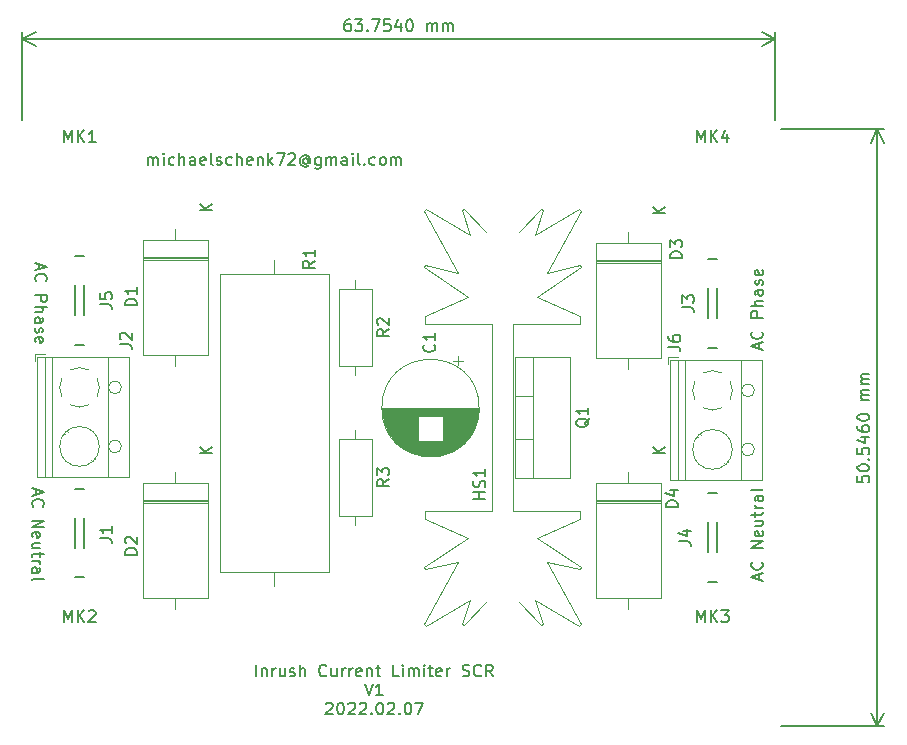
<source format=gbr>
G04 #@! TF.GenerationSoftware,KiCad,Pcbnew,(6.0.1-0)*
G04 #@! TF.CreationDate,2022-02-08T15:39:46+01:00*
G04 #@! TF.ProjectId,inrush-current-limiter-scr,696e7275-7368-42d6-9375-7272656e742d,rev?*
G04 #@! TF.SameCoordinates,Original*
G04 #@! TF.FileFunction,Legend,Top*
G04 #@! TF.FilePolarity,Positive*
%FSLAX46Y46*%
G04 Gerber Fmt 4.6, Leading zero omitted, Abs format (unit mm)*
G04 Created by KiCad (PCBNEW (6.0.1-0)) date 2022-02-08 15:39:46*
%MOMM*%
%LPD*%
G01*
G04 APERTURE LIST*
%ADD10C,0.150000*%
%ADD11C,0.120000*%
%ADD12C,0.127000*%
G04 APERTURE END LIST*
D10*
X151210380Y-85502238D02*
X151210380Y-85978428D01*
X151686571Y-86026047D01*
X151638952Y-85978428D01*
X151591333Y-85883190D01*
X151591333Y-85645095D01*
X151638952Y-85549857D01*
X151686571Y-85502238D01*
X151781809Y-85454619D01*
X152019904Y-85454619D01*
X152115142Y-85502238D01*
X152162761Y-85549857D01*
X152210380Y-85645095D01*
X152210380Y-85883190D01*
X152162761Y-85978428D01*
X152115142Y-86026047D01*
X151210380Y-84835571D02*
X151210380Y-84740333D01*
X151258000Y-84645095D01*
X151305619Y-84597476D01*
X151400857Y-84549857D01*
X151591333Y-84502238D01*
X151829428Y-84502238D01*
X152019904Y-84549857D01*
X152115142Y-84597476D01*
X152162761Y-84645095D01*
X152210380Y-84740333D01*
X152210380Y-84835571D01*
X152162761Y-84930809D01*
X152115142Y-84978428D01*
X152019904Y-85026047D01*
X151829428Y-85073666D01*
X151591333Y-85073666D01*
X151400857Y-85026047D01*
X151305619Y-84978428D01*
X151258000Y-84930809D01*
X151210380Y-84835571D01*
X152115142Y-84073666D02*
X152162761Y-84026047D01*
X152210380Y-84073666D01*
X152162761Y-84121285D01*
X152115142Y-84073666D01*
X152210380Y-84073666D01*
X151210380Y-83121285D02*
X151210380Y-83597476D01*
X151686571Y-83645095D01*
X151638952Y-83597476D01*
X151591333Y-83502238D01*
X151591333Y-83264142D01*
X151638952Y-83168904D01*
X151686571Y-83121285D01*
X151781809Y-83073666D01*
X152019904Y-83073666D01*
X152115142Y-83121285D01*
X152162761Y-83168904D01*
X152210380Y-83264142D01*
X152210380Y-83502238D01*
X152162761Y-83597476D01*
X152115142Y-83645095D01*
X151543714Y-82216523D02*
X152210380Y-82216523D01*
X151162761Y-82454619D02*
X151877047Y-82692714D01*
X151877047Y-82073666D01*
X151210380Y-81264142D02*
X151210380Y-81454619D01*
X151258000Y-81549857D01*
X151305619Y-81597476D01*
X151448476Y-81692714D01*
X151638952Y-81740333D01*
X152019904Y-81740333D01*
X152115142Y-81692714D01*
X152162761Y-81645095D01*
X152210380Y-81549857D01*
X152210380Y-81359380D01*
X152162761Y-81264142D01*
X152115142Y-81216523D01*
X152019904Y-81168904D01*
X151781809Y-81168904D01*
X151686571Y-81216523D01*
X151638952Y-81264142D01*
X151591333Y-81359380D01*
X151591333Y-81549857D01*
X151638952Y-81645095D01*
X151686571Y-81692714D01*
X151781809Y-81740333D01*
X151210380Y-80549857D02*
X151210380Y-80454619D01*
X151258000Y-80359380D01*
X151305619Y-80311761D01*
X151400857Y-80264142D01*
X151591333Y-80216523D01*
X151829428Y-80216523D01*
X152019904Y-80264142D01*
X152115142Y-80311761D01*
X152162761Y-80359380D01*
X152210380Y-80454619D01*
X152210380Y-80549857D01*
X152162761Y-80645095D01*
X152115142Y-80692714D01*
X152019904Y-80740333D01*
X151829428Y-80787952D01*
X151591333Y-80787952D01*
X151400857Y-80740333D01*
X151305619Y-80692714D01*
X151258000Y-80645095D01*
X151210380Y-80549857D01*
X152210380Y-79026047D02*
X151543714Y-79026047D01*
X151638952Y-79026047D02*
X151591333Y-78978428D01*
X151543714Y-78883190D01*
X151543714Y-78740333D01*
X151591333Y-78645095D01*
X151686571Y-78597476D01*
X152210380Y-78597476D01*
X151686571Y-78597476D02*
X151591333Y-78549857D01*
X151543714Y-78454619D01*
X151543714Y-78311761D01*
X151591333Y-78216523D01*
X151686571Y-78168904D01*
X152210380Y-78168904D01*
X152210380Y-77692714D02*
X151543714Y-77692714D01*
X151638952Y-77692714D02*
X151591333Y-77645095D01*
X151543714Y-77549857D01*
X151543714Y-77407000D01*
X151591333Y-77311761D01*
X151686571Y-77264142D01*
X152210380Y-77264142D01*
X151686571Y-77264142D02*
X151591333Y-77216523D01*
X151543714Y-77121285D01*
X151543714Y-76978428D01*
X151591333Y-76883190D01*
X151686571Y-76835571D01*
X152210380Y-76835571D01*
X144772000Y-56134000D02*
X153494420Y-56134000D01*
X144772000Y-106680000D02*
X153494420Y-106680000D01*
X152908000Y-56134000D02*
X152908000Y-106680000D01*
X152908000Y-56134000D02*
X152908000Y-106680000D01*
X152908000Y-56134000D02*
X152321579Y-57260504D01*
X152908000Y-56134000D02*
X153494421Y-57260504D01*
X152908000Y-106680000D02*
X153494421Y-105553496D01*
X152908000Y-106680000D02*
X152321579Y-105553496D01*
X108252142Y-46816380D02*
X108061666Y-46816380D01*
X107966428Y-46864000D01*
X107918809Y-46911619D01*
X107823571Y-47054476D01*
X107775952Y-47244952D01*
X107775952Y-47625904D01*
X107823571Y-47721142D01*
X107871190Y-47768761D01*
X107966428Y-47816380D01*
X108156904Y-47816380D01*
X108252142Y-47768761D01*
X108299761Y-47721142D01*
X108347380Y-47625904D01*
X108347380Y-47387809D01*
X108299761Y-47292571D01*
X108252142Y-47244952D01*
X108156904Y-47197333D01*
X107966428Y-47197333D01*
X107871190Y-47244952D01*
X107823571Y-47292571D01*
X107775952Y-47387809D01*
X108680714Y-46816380D02*
X109299761Y-46816380D01*
X108966428Y-47197333D01*
X109109285Y-47197333D01*
X109204523Y-47244952D01*
X109252142Y-47292571D01*
X109299761Y-47387809D01*
X109299761Y-47625904D01*
X109252142Y-47721142D01*
X109204523Y-47768761D01*
X109109285Y-47816380D01*
X108823571Y-47816380D01*
X108728333Y-47768761D01*
X108680714Y-47721142D01*
X109728333Y-47721142D02*
X109775952Y-47768761D01*
X109728333Y-47816380D01*
X109680714Y-47768761D01*
X109728333Y-47721142D01*
X109728333Y-47816380D01*
X110109285Y-46816380D02*
X110775952Y-46816380D01*
X110347380Y-47816380D01*
X111633095Y-46816380D02*
X111156904Y-46816380D01*
X111109285Y-47292571D01*
X111156904Y-47244952D01*
X111252142Y-47197333D01*
X111490238Y-47197333D01*
X111585476Y-47244952D01*
X111633095Y-47292571D01*
X111680714Y-47387809D01*
X111680714Y-47625904D01*
X111633095Y-47721142D01*
X111585476Y-47768761D01*
X111490238Y-47816380D01*
X111252142Y-47816380D01*
X111156904Y-47768761D01*
X111109285Y-47721142D01*
X112537857Y-47149714D02*
X112537857Y-47816380D01*
X112299761Y-46768761D02*
X112061666Y-47483047D01*
X112680714Y-47483047D01*
X113252142Y-46816380D02*
X113347380Y-46816380D01*
X113442619Y-46864000D01*
X113490238Y-46911619D01*
X113537857Y-47006857D01*
X113585476Y-47197333D01*
X113585476Y-47435428D01*
X113537857Y-47625904D01*
X113490238Y-47721142D01*
X113442619Y-47768761D01*
X113347380Y-47816380D01*
X113252142Y-47816380D01*
X113156904Y-47768761D01*
X113109285Y-47721142D01*
X113061666Y-47625904D01*
X113014047Y-47435428D01*
X113014047Y-47197333D01*
X113061666Y-47006857D01*
X113109285Y-46911619D01*
X113156904Y-46864000D01*
X113252142Y-46816380D01*
X114775952Y-47816380D02*
X114775952Y-47149714D01*
X114775952Y-47244952D02*
X114823571Y-47197333D01*
X114918809Y-47149714D01*
X115061666Y-47149714D01*
X115156904Y-47197333D01*
X115204523Y-47292571D01*
X115204523Y-47816380D01*
X115204523Y-47292571D02*
X115252142Y-47197333D01*
X115347380Y-47149714D01*
X115490238Y-47149714D01*
X115585476Y-47197333D01*
X115633095Y-47292571D01*
X115633095Y-47816380D01*
X116109285Y-47816380D02*
X116109285Y-47149714D01*
X116109285Y-47244952D02*
X116156904Y-47197333D01*
X116252142Y-47149714D01*
X116395000Y-47149714D01*
X116490238Y-47197333D01*
X116537857Y-47292571D01*
X116537857Y-47816380D01*
X116537857Y-47292571D02*
X116585476Y-47197333D01*
X116680714Y-47149714D01*
X116823571Y-47149714D01*
X116918809Y-47197333D01*
X116966428Y-47292571D01*
X116966428Y-47816380D01*
X80518000Y-55380000D02*
X80518000Y-47927580D01*
X144272000Y-55380000D02*
X144272000Y-47927580D01*
X80518000Y-48514000D02*
X144272000Y-48514000D01*
X80518000Y-48514000D02*
X144272000Y-48514000D01*
X80518000Y-48514000D02*
X81644504Y-49100421D01*
X80518000Y-48514000D02*
X81644504Y-47927579D01*
X144272000Y-48514000D02*
X143145496Y-47927579D01*
X144272000Y-48514000D02*
X143145496Y-49100421D01*
X142914666Y-94257333D02*
X142914666Y-93781142D01*
X143200380Y-94352571D02*
X142200380Y-94019238D01*
X143200380Y-93685904D01*
X143105142Y-92781142D02*
X143152761Y-92828761D01*
X143200380Y-92971619D01*
X143200380Y-93066857D01*
X143152761Y-93209714D01*
X143057523Y-93304952D01*
X142962285Y-93352571D01*
X142771809Y-93400190D01*
X142628952Y-93400190D01*
X142438476Y-93352571D01*
X142343238Y-93304952D01*
X142248000Y-93209714D01*
X142200380Y-93066857D01*
X142200380Y-92971619D01*
X142248000Y-92828761D01*
X142295619Y-92781142D01*
X143200380Y-91590666D02*
X142200380Y-91590666D01*
X143200380Y-91019238D01*
X142200380Y-91019238D01*
X143152761Y-90162095D02*
X143200380Y-90257333D01*
X143200380Y-90447809D01*
X143152761Y-90543047D01*
X143057523Y-90590666D01*
X142676571Y-90590666D01*
X142581333Y-90543047D01*
X142533714Y-90447809D01*
X142533714Y-90257333D01*
X142581333Y-90162095D01*
X142676571Y-90114476D01*
X142771809Y-90114476D01*
X142867047Y-90590666D01*
X142533714Y-89257333D02*
X143200380Y-89257333D01*
X142533714Y-89685904D02*
X143057523Y-89685904D01*
X143152761Y-89638285D01*
X143200380Y-89543047D01*
X143200380Y-89400190D01*
X143152761Y-89304952D01*
X143105142Y-89257333D01*
X142533714Y-88924000D02*
X142533714Y-88543047D01*
X142200380Y-88781142D02*
X143057523Y-88781142D01*
X143152761Y-88733523D01*
X143200380Y-88638285D01*
X143200380Y-88543047D01*
X143200380Y-88209714D02*
X142533714Y-88209714D01*
X142724190Y-88209714D02*
X142628952Y-88162095D01*
X142581333Y-88114476D01*
X142533714Y-88019238D01*
X142533714Y-87924000D01*
X143200380Y-87162095D02*
X142676571Y-87162095D01*
X142581333Y-87209714D01*
X142533714Y-87304952D01*
X142533714Y-87495428D01*
X142581333Y-87590666D01*
X143152761Y-87162095D02*
X143200380Y-87257333D01*
X143200380Y-87495428D01*
X143152761Y-87590666D01*
X143057523Y-87638285D01*
X142962285Y-87638285D01*
X142867047Y-87590666D01*
X142819428Y-87495428D01*
X142819428Y-87257333D01*
X142771809Y-87162095D01*
X143200380Y-86543047D02*
X143152761Y-86638285D01*
X143057523Y-86685904D01*
X142200380Y-86685904D01*
X142914666Y-74731142D02*
X142914666Y-74254952D01*
X143200380Y-74826380D02*
X142200380Y-74493047D01*
X143200380Y-74159714D01*
X143105142Y-73254952D02*
X143152761Y-73302571D01*
X143200380Y-73445428D01*
X143200380Y-73540666D01*
X143152761Y-73683523D01*
X143057523Y-73778761D01*
X142962285Y-73826380D01*
X142771809Y-73874000D01*
X142628952Y-73874000D01*
X142438476Y-73826380D01*
X142343238Y-73778761D01*
X142248000Y-73683523D01*
X142200380Y-73540666D01*
X142200380Y-73445428D01*
X142248000Y-73302571D01*
X142295619Y-73254952D01*
X143200380Y-72064476D02*
X142200380Y-72064476D01*
X142200380Y-71683523D01*
X142248000Y-71588285D01*
X142295619Y-71540666D01*
X142390857Y-71493047D01*
X142533714Y-71493047D01*
X142628952Y-71540666D01*
X142676571Y-71588285D01*
X142724190Y-71683523D01*
X142724190Y-72064476D01*
X143200380Y-71064476D02*
X142200380Y-71064476D01*
X143200380Y-70635904D02*
X142676571Y-70635904D01*
X142581333Y-70683523D01*
X142533714Y-70778761D01*
X142533714Y-70921619D01*
X142581333Y-71016857D01*
X142628952Y-71064476D01*
X143200380Y-69731142D02*
X142676571Y-69731142D01*
X142581333Y-69778761D01*
X142533714Y-69874000D01*
X142533714Y-70064476D01*
X142581333Y-70159714D01*
X143152761Y-69731142D02*
X143200380Y-69826380D01*
X143200380Y-70064476D01*
X143152761Y-70159714D01*
X143057523Y-70207333D01*
X142962285Y-70207333D01*
X142867047Y-70159714D01*
X142819428Y-70064476D01*
X142819428Y-69826380D01*
X142771809Y-69731142D01*
X143152761Y-69302571D02*
X143200380Y-69207333D01*
X143200380Y-69016857D01*
X143152761Y-68921619D01*
X143057523Y-68874000D01*
X143009904Y-68874000D01*
X142914666Y-68921619D01*
X142867047Y-69016857D01*
X142867047Y-69159714D01*
X142819428Y-69254952D01*
X142724190Y-69302571D01*
X142676571Y-69302571D01*
X142581333Y-69254952D01*
X142533714Y-69159714D01*
X142533714Y-69016857D01*
X142581333Y-68921619D01*
X143152761Y-68064476D02*
X143200380Y-68159714D01*
X143200380Y-68350190D01*
X143152761Y-68445428D01*
X143057523Y-68493047D01*
X142676571Y-68493047D01*
X142581333Y-68445428D01*
X142533714Y-68350190D01*
X142533714Y-68159714D01*
X142581333Y-68064476D01*
X142676571Y-68016857D01*
X142771809Y-68016857D01*
X142867047Y-68493047D01*
X81621333Y-86590666D02*
X81621333Y-87066857D01*
X81335619Y-86495428D02*
X82335619Y-86828761D01*
X81335619Y-87162095D01*
X81430857Y-88066857D02*
X81383238Y-88019238D01*
X81335619Y-87876380D01*
X81335619Y-87781142D01*
X81383238Y-87638285D01*
X81478476Y-87543047D01*
X81573714Y-87495428D01*
X81764190Y-87447809D01*
X81907047Y-87447809D01*
X82097523Y-87495428D01*
X82192761Y-87543047D01*
X82288000Y-87638285D01*
X82335619Y-87781142D01*
X82335619Y-87876380D01*
X82288000Y-88019238D01*
X82240380Y-88066857D01*
X81335619Y-89257333D02*
X82335619Y-89257333D01*
X81335619Y-89828761D01*
X82335619Y-89828761D01*
X81383238Y-90685904D02*
X81335619Y-90590666D01*
X81335619Y-90400190D01*
X81383238Y-90304952D01*
X81478476Y-90257333D01*
X81859428Y-90257333D01*
X81954666Y-90304952D01*
X82002285Y-90400190D01*
X82002285Y-90590666D01*
X81954666Y-90685904D01*
X81859428Y-90733523D01*
X81764190Y-90733523D01*
X81668952Y-90257333D01*
X82002285Y-91590666D02*
X81335619Y-91590666D01*
X82002285Y-91162095D02*
X81478476Y-91162095D01*
X81383238Y-91209714D01*
X81335619Y-91304952D01*
X81335619Y-91447809D01*
X81383238Y-91543047D01*
X81430857Y-91590666D01*
X82002285Y-91924000D02*
X82002285Y-92304952D01*
X82335619Y-92066857D02*
X81478476Y-92066857D01*
X81383238Y-92114476D01*
X81335619Y-92209714D01*
X81335619Y-92304952D01*
X81335619Y-92638285D02*
X82002285Y-92638285D01*
X81811809Y-92638285D02*
X81907047Y-92685904D01*
X81954666Y-92733523D01*
X82002285Y-92828761D01*
X82002285Y-92924000D01*
X81335619Y-93685904D02*
X81859428Y-93685904D01*
X81954666Y-93638285D01*
X82002285Y-93543047D01*
X82002285Y-93352571D01*
X81954666Y-93257333D01*
X81383238Y-93685904D02*
X81335619Y-93590666D01*
X81335619Y-93352571D01*
X81383238Y-93257333D01*
X81478476Y-93209714D01*
X81573714Y-93209714D01*
X81668952Y-93257333D01*
X81716571Y-93352571D01*
X81716571Y-93590666D01*
X81764190Y-93685904D01*
X81335619Y-94304952D02*
X81383238Y-94209714D01*
X81478476Y-94162095D01*
X82335619Y-94162095D01*
X81875333Y-67508857D02*
X81875333Y-67985047D01*
X81589619Y-67413619D02*
X82589619Y-67746952D01*
X81589619Y-68080285D01*
X81684857Y-68985047D02*
X81637238Y-68937428D01*
X81589619Y-68794571D01*
X81589619Y-68699333D01*
X81637238Y-68556476D01*
X81732476Y-68461238D01*
X81827714Y-68413619D01*
X82018190Y-68366000D01*
X82161047Y-68366000D01*
X82351523Y-68413619D01*
X82446761Y-68461238D01*
X82542000Y-68556476D01*
X82589619Y-68699333D01*
X82589619Y-68794571D01*
X82542000Y-68937428D01*
X82494380Y-68985047D01*
X81589619Y-70175523D02*
X82589619Y-70175523D01*
X82589619Y-70556476D01*
X82542000Y-70651714D01*
X82494380Y-70699333D01*
X82399142Y-70746952D01*
X82256285Y-70746952D01*
X82161047Y-70699333D01*
X82113428Y-70651714D01*
X82065809Y-70556476D01*
X82065809Y-70175523D01*
X81589619Y-71175523D02*
X82589619Y-71175523D01*
X81589619Y-71604095D02*
X82113428Y-71604095D01*
X82208666Y-71556476D01*
X82256285Y-71461238D01*
X82256285Y-71318380D01*
X82208666Y-71223142D01*
X82161047Y-71175523D01*
X81589619Y-72508857D02*
X82113428Y-72508857D01*
X82208666Y-72461238D01*
X82256285Y-72366000D01*
X82256285Y-72175523D01*
X82208666Y-72080285D01*
X81637238Y-72508857D02*
X81589619Y-72413619D01*
X81589619Y-72175523D01*
X81637238Y-72080285D01*
X81732476Y-72032666D01*
X81827714Y-72032666D01*
X81922952Y-72080285D01*
X81970571Y-72175523D01*
X81970571Y-72413619D01*
X82018190Y-72508857D01*
X81637238Y-72937428D02*
X81589619Y-73032666D01*
X81589619Y-73223142D01*
X81637238Y-73318380D01*
X81732476Y-73366000D01*
X81780095Y-73366000D01*
X81875333Y-73318380D01*
X81922952Y-73223142D01*
X81922952Y-73080285D01*
X81970571Y-72985047D01*
X82065809Y-72937428D01*
X82113428Y-72937428D01*
X82208666Y-72985047D01*
X82256285Y-73080285D01*
X82256285Y-73223142D01*
X82208666Y-73318380D01*
X81637238Y-74175523D02*
X81589619Y-74080285D01*
X81589619Y-73889809D01*
X81637238Y-73794571D01*
X81732476Y-73746952D01*
X82113428Y-73746952D01*
X82208666Y-73794571D01*
X82256285Y-73889809D01*
X82256285Y-74080285D01*
X82208666Y-74175523D01*
X82113428Y-74223142D01*
X82018190Y-74223142D01*
X81922952Y-73746952D01*
X100300000Y-102442380D02*
X100300000Y-101442380D01*
X100776190Y-101775714D02*
X100776190Y-102442380D01*
X100776190Y-101870952D02*
X100823809Y-101823333D01*
X100919047Y-101775714D01*
X101061904Y-101775714D01*
X101157142Y-101823333D01*
X101204761Y-101918571D01*
X101204761Y-102442380D01*
X101680952Y-102442380D02*
X101680952Y-101775714D01*
X101680952Y-101966190D02*
X101728571Y-101870952D01*
X101776190Y-101823333D01*
X101871428Y-101775714D01*
X101966666Y-101775714D01*
X102728571Y-101775714D02*
X102728571Y-102442380D01*
X102300000Y-101775714D02*
X102300000Y-102299523D01*
X102347619Y-102394761D01*
X102442857Y-102442380D01*
X102585714Y-102442380D01*
X102680952Y-102394761D01*
X102728571Y-102347142D01*
X103157142Y-102394761D02*
X103252380Y-102442380D01*
X103442857Y-102442380D01*
X103538095Y-102394761D01*
X103585714Y-102299523D01*
X103585714Y-102251904D01*
X103538095Y-102156666D01*
X103442857Y-102109047D01*
X103300000Y-102109047D01*
X103204761Y-102061428D01*
X103157142Y-101966190D01*
X103157142Y-101918571D01*
X103204761Y-101823333D01*
X103300000Y-101775714D01*
X103442857Y-101775714D01*
X103538095Y-101823333D01*
X104014285Y-102442380D02*
X104014285Y-101442380D01*
X104442857Y-102442380D02*
X104442857Y-101918571D01*
X104395238Y-101823333D01*
X104300000Y-101775714D01*
X104157142Y-101775714D01*
X104061904Y-101823333D01*
X104014285Y-101870952D01*
X106252380Y-102347142D02*
X106204761Y-102394761D01*
X106061904Y-102442380D01*
X105966666Y-102442380D01*
X105823809Y-102394761D01*
X105728571Y-102299523D01*
X105680952Y-102204285D01*
X105633333Y-102013809D01*
X105633333Y-101870952D01*
X105680952Y-101680476D01*
X105728571Y-101585238D01*
X105823809Y-101490000D01*
X105966666Y-101442380D01*
X106061904Y-101442380D01*
X106204761Y-101490000D01*
X106252380Y-101537619D01*
X107109523Y-101775714D02*
X107109523Y-102442380D01*
X106680952Y-101775714D02*
X106680952Y-102299523D01*
X106728571Y-102394761D01*
X106823809Y-102442380D01*
X106966666Y-102442380D01*
X107061904Y-102394761D01*
X107109523Y-102347142D01*
X107585714Y-102442380D02*
X107585714Y-101775714D01*
X107585714Y-101966190D02*
X107633333Y-101870952D01*
X107680952Y-101823333D01*
X107776190Y-101775714D01*
X107871428Y-101775714D01*
X108204761Y-102442380D02*
X108204761Y-101775714D01*
X108204761Y-101966190D02*
X108252380Y-101870952D01*
X108300000Y-101823333D01*
X108395238Y-101775714D01*
X108490476Y-101775714D01*
X109204761Y-102394761D02*
X109109523Y-102442380D01*
X108919047Y-102442380D01*
X108823809Y-102394761D01*
X108776190Y-102299523D01*
X108776190Y-101918571D01*
X108823809Y-101823333D01*
X108919047Y-101775714D01*
X109109523Y-101775714D01*
X109204761Y-101823333D01*
X109252380Y-101918571D01*
X109252380Y-102013809D01*
X108776190Y-102109047D01*
X109680952Y-101775714D02*
X109680952Y-102442380D01*
X109680952Y-101870952D02*
X109728571Y-101823333D01*
X109823809Y-101775714D01*
X109966666Y-101775714D01*
X110061904Y-101823333D01*
X110109523Y-101918571D01*
X110109523Y-102442380D01*
X110442857Y-101775714D02*
X110823809Y-101775714D01*
X110585714Y-101442380D02*
X110585714Y-102299523D01*
X110633333Y-102394761D01*
X110728571Y-102442380D01*
X110823809Y-102442380D01*
X112395238Y-102442380D02*
X111919047Y-102442380D01*
X111919047Y-101442380D01*
X112728571Y-102442380D02*
X112728571Y-101775714D01*
X112728571Y-101442380D02*
X112680952Y-101490000D01*
X112728571Y-101537619D01*
X112776190Y-101490000D01*
X112728571Y-101442380D01*
X112728571Y-101537619D01*
X113204761Y-102442380D02*
X113204761Y-101775714D01*
X113204761Y-101870952D02*
X113252380Y-101823333D01*
X113347619Y-101775714D01*
X113490476Y-101775714D01*
X113585714Y-101823333D01*
X113633333Y-101918571D01*
X113633333Y-102442380D01*
X113633333Y-101918571D02*
X113680952Y-101823333D01*
X113776190Y-101775714D01*
X113919047Y-101775714D01*
X114014285Y-101823333D01*
X114061904Y-101918571D01*
X114061904Y-102442380D01*
X114538095Y-102442380D02*
X114538095Y-101775714D01*
X114538095Y-101442380D02*
X114490476Y-101490000D01*
X114538095Y-101537619D01*
X114585714Y-101490000D01*
X114538095Y-101442380D01*
X114538095Y-101537619D01*
X114871428Y-101775714D02*
X115252380Y-101775714D01*
X115014285Y-101442380D02*
X115014285Y-102299523D01*
X115061904Y-102394761D01*
X115157142Y-102442380D01*
X115252380Y-102442380D01*
X115966666Y-102394761D02*
X115871428Y-102442380D01*
X115680952Y-102442380D01*
X115585714Y-102394761D01*
X115538095Y-102299523D01*
X115538095Y-101918571D01*
X115585714Y-101823333D01*
X115680952Y-101775714D01*
X115871428Y-101775714D01*
X115966666Y-101823333D01*
X116014285Y-101918571D01*
X116014285Y-102013809D01*
X115538095Y-102109047D01*
X116442857Y-102442380D02*
X116442857Y-101775714D01*
X116442857Y-101966190D02*
X116490476Y-101870952D01*
X116538095Y-101823333D01*
X116633333Y-101775714D01*
X116728571Y-101775714D01*
X117776190Y-102394761D02*
X117919047Y-102442380D01*
X118157142Y-102442380D01*
X118252380Y-102394761D01*
X118300000Y-102347142D01*
X118347619Y-102251904D01*
X118347619Y-102156666D01*
X118300000Y-102061428D01*
X118252380Y-102013809D01*
X118157142Y-101966190D01*
X117966666Y-101918571D01*
X117871428Y-101870952D01*
X117823809Y-101823333D01*
X117776190Y-101728095D01*
X117776190Y-101632857D01*
X117823809Y-101537619D01*
X117871428Y-101490000D01*
X117966666Y-101442380D01*
X118204761Y-101442380D01*
X118347619Y-101490000D01*
X119347619Y-102347142D02*
X119300000Y-102394761D01*
X119157142Y-102442380D01*
X119061904Y-102442380D01*
X118919047Y-102394761D01*
X118823809Y-102299523D01*
X118776190Y-102204285D01*
X118728571Y-102013809D01*
X118728571Y-101870952D01*
X118776190Y-101680476D01*
X118823809Y-101585238D01*
X118919047Y-101490000D01*
X119061904Y-101442380D01*
X119157142Y-101442380D01*
X119300000Y-101490000D01*
X119347619Y-101537619D01*
X120347619Y-102442380D02*
X120014285Y-101966190D01*
X119776190Y-102442380D02*
X119776190Y-101442380D01*
X120157142Y-101442380D01*
X120252380Y-101490000D01*
X120300000Y-101537619D01*
X120347619Y-101632857D01*
X120347619Y-101775714D01*
X120300000Y-101870952D01*
X120252380Y-101918571D01*
X120157142Y-101966190D01*
X119776190Y-101966190D01*
X109490476Y-103052380D02*
X109823809Y-104052380D01*
X110157142Y-103052380D01*
X111014285Y-104052380D02*
X110442857Y-104052380D01*
X110728571Y-104052380D02*
X110728571Y-103052380D01*
X110633333Y-103195238D01*
X110538095Y-103290476D01*
X110442857Y-103338095D01*
X106204761Y-104757619D02*
X106252380Y-104710000D01*
X106347619Y-104662380D01*
X106585714Y-104662380D01*
X106680952Y-104710000D01*
X106728571Y-104757619D01*
X106776190Y-104852857D01*
X106776190Y-104948095D01*
X106728571Y-105090952D01*
X106157142Y-105662380D01*
X106776190Y-105662380D01*
X107395238Y-104662380D02*
X107490476Y-104662380D01*
X107585714Y-104710000D01*
X107633333Y-104757619D01*
X107680952Y-104852857D01*
X107728571Y-105043333D01*
X107728571Y-105281428D01*
X107680952Y-105471904D01*
X107633333Y-105567142D01*
X107585714Y-105614761D01*
X107490476Y-105662380D01*
X107395238Y-105662380D01*
X107300000Y-105614761D01*
X107252380Y-105567142D01*
X107204761Y-105471904D01*
X107157142Y-105281428D01*
X107157142Y-105043333D01*
X107204761Y-104852857D01*
X107252380Y-104757619D01*
X107300000Y-104710000D01*
X107395238Y-104662380D01*
X108109523Y-104757619D02*
X108157142Y-104710000D01*
X108252380Y-104662380D01*
X108490476Y-104662380D01*
X108585714Y-104710000D01*
X108633333Y-104757619D01*
X108680952Y-104852857D01*
X108680952Y-104948095D01*
X108633333Y-105090952D01*
X108061904Y-105662380D01*
X108680952Y-105662380D01*
X109061904Y-104757619D02*
X109109523Y-104710000D01*
X109204761Y-104662380D01*
X109442857Y-104662380D01*
X109538095Y-104710000D01*
X109585714Y-104757619D01*
X109633333Y-104852857D01*
X109633333Y-104948095D01*
X109585714Y-105090952D01*
X109014285Y-105662380D01*
X109633333Y-105662380D01*
X110061904Y-105567142D02*
X110109523Y-105614761D01*
X110061904Y-105662380D01*
X110014285Y-105614761D01*
X110061904Y-105567142D01*
X110061904Y-105662380D01*
X110728571Y-104662380D02*
X110823809Y-104662380D01*
X110919047Y-104710000D01*
X110966666Y-104757619D01*
X111014285Y-104852857D01*
X111061904Y-105043333D01*
X111061904Y-105281428D01*
X111014285Y-105471904D01*
X110966666Y-105567142D01*
X110919047Y-105614761D01*
X110823809Y-105662380D01*
X110728571Y-105662380D01*
X110633333Y-105614761D01*
X110585714Y-105567142D01*
X110538095Y-105471904D01*
X110490476Y-105281428D01*
X110490476Y-105043333D01*
X110538095Y-104852857D01*
X110585714Y-104757619D01*
X110633333Y-104710000D01*
X110728571Y-104662380D01*
X111442857Y-104757619D02*
X111490476Y-104710000D01*
X111585714Y-104662380D01*
X111823809Y-104662380D01*
X111919047Y-104710000D01*
X111966666Y-104757619D01*
X112014285Y-104852857D01*
X112014285Y-104948095D01*
X111966666Y-105090952D01*
X111395238Y-105662380D01*
X112014285Y-105662380D01*
X112442857Y-105567142D02*
X112490476Y-105614761D01*
X112442857Y-105662380D01*
X112395238Y-105614761D01*
X112442857Y-105567142D01*
X112442857Y-105662380D01*
X113109523Y-104662380D02*
X113204761Y-104662380D01*
X113300000Y-104710000D01*
X113347619Y-104757619D01*
X113395238Y-104852857D01*
X113442857Y-105043333D01*
X113442857Y-105281428D01*
X113395238Y-105471904D01*
X113347619Y-105567142D01*
X113300000Y-105614761D01*
X113204761Y-105662380D01*
X113109523Y-105662380D01*
X113014285Y-105614761D01*
X112966666Y-105567142D01*
X112919047Y-105471904D01*
X112871428Y-105281428D01*
X112871428Y-105043333D01*
X112919047Y-104852857D01*
X112966666Y-104757619D01*
X113014285Y-104710000D01*
X113109523Y-104662380D01*
X113776190Y-104662380D02*
X114442857Y-104662380D01*
X114014285Y-105662380D01*
X91135714Y-59152380D02*
X91135714Y-58485714D01*
X91135714Y-58580952D02*
X91183333Y-58533333D01*
X91278571Y-58485714D01*
X91421428Y-58485714D01*
X91516666Y-58533333D01*
X91564285Y-58628571D01*
X91564285Y-59152380D01*
X91564285Y-58628571D02*
X91611904Y-58533333D01*
X91707142Y-58485714D01*
X91850000Y-58485714D01*
X91945238Y-58533333D01*
X91992857Y-58628571D01*
X91992857Y-59152380D01*
X92469047Y-59152380D02*
X92469047Y-58485714D01*
X92469047Y-58152380D02*
X92421428Y-58200000D01*
X92469047Y-58247619D01*
X92516666Y-58200000D01*
X92469047Y-58152380D01*
X92469047Y-58247619D01*
X93373809Y-59104761D02*
X93278571Y-59152380D01*
X93088095Y-59152380D01*
X92992857Y-59104761D01*
X92945238Y-59057142D01*
X92897619Y-58961904D01*
X92897619Y-58676190D01*
X92945238Y-58580952D01*
X92992857Y-58533333D01*
X93088095Y-58485714D01*
X93278571Y-58485714D01*
X93373809Y-58533333D01*
X93802380Y-59152380D02*
X93802380Y-58152380D01*
X94230952Y-59152380D02*
X94230952Y-58628571D01*
X94183333Y-58533333D01*
X94088095Y-58485714D01*
X93945238Y-58485714D01*
X93850000Y-58533333D01*
X93802380Y-58580952D01*
X95135714Y-59152380D02*
X95135714Y-58628571D01*
X95088095Y-58533333D01*
X94992857Y-58485714D01*
X94802380Y-58485714D01*
X94707142Y-58533333D01*
X95135714Y-59104761D02*
X95040476Y-59152380D01*
X94802380Y-59152380D01*
X94707142Y-59104761D01*
X94659523Y-59009523D01*
X94659523Y-58914285D01*
X94707142Y-58819047D01*
X94802380Y-58771428D01*
X95040476Y-58771428D01*
X95135714Y-58723809D01*
X95992857Y-59104761D02*
X95897619Y-59152380D01*
X95707142Y-59152380D01*
X95611904Y-59104761D01*
X95564285Y-59009523D01*
X95564285Y-58628571D01*
X95611904Y-58533333D01*
X95707142Y-58485714D01*
X95897619Y-58485714D01*
X95992857Y-58533333D01*
X96040476Y-58628571D01*
X96040476Y-58723809D01*
X95564285Y-58819047D01*
X96611904Y-59152380D02*
X96516666Y-59104761D01*
X96469047Y-59009523D01*
X96469047Y-58152380D01*
X96945238Y-59104761D02*
X97040476Y-59152380D01*
X97230952Y-59152380D01*
X97326190Y-59104761D01*
X97373809Y-59009523D01*
X97373809Y-58961904D01*
X97326190Y-58866666D01*
X97230952Y-58819047D01*
X97088095Y-58819047D01*
X96992857Y-58771428D01*
X96945238Y-58676190D01*
X96945238Y-58628571D01*
X96992857Y-58533333D01*
X97088095Y-58485714D01*
X97230952Y-58485714D01*
X97326190Y-58533333D01*
X98230952Y-59104761D02*
X98135714Y-59152380D01*
X97945238Y-59152380D01*
X97850000Y-59104761D01*
X97802380Y-59057142D01*
X97754761Y-58961904D01*
X97754761Y-58676190D01*
X97802380Y-58580952D01*
X97850000Y-58533333D01*
X97945238Y-58485714D01*
X98135714Y-58485714D01*
X98230952Y-58533333D01*
X98659523Y-59152380D02*
X98659523Y-58152380D01*
X99088095Y-59152380D02*
X99088095Y-58628571D01*
X99040476Y-58533333D01*
X98945238Y-58485714D01*
X98802380Y-58485714D01*
X98707142Y-58533333D01*
X98659523Y-58580952D01*
X99945238Y-59104761D02*
X99850000Y-59152380D01*
X99659523Y-59152380D01*
X99564285Y-59104761D01*
X99516666Y-59009523D01*
X99516666Y-58628571D01*
X99564285Y-58533333D01*
X99659523Y-58485714D01*
X99850000Y-58485714D01*
X99945238Y-58533333D01*
X99992857Y-58628571D01*
X99992857Y-58723809D01*
X99516666Y-58819047D01*
X100421428Y-58485714D02*
X100421428Y-59152380D01*
X100421428Y-58580952D02*
X100469047Y-58533333D01*
X100564285Y-58485714D01*
X100707142Y-58485714D01*
X100802380Y-58533333D01*
X100850000Y-58628571D01*
X100850000Y-59152380D01*
X101326190Y-59152380D02*
X101326190Y-58152380D01*
X101421428Y-58771428D02*
X101707142Y-59152380D01*
X101707142Y-58485714D02*
X101326190Y-58866666D01*
X102040476Y-58152380D02*
X102707142Y-58152380D01*
X102278571Y-59152380D01*
X103040476Y-58247619D02*
X103088095Y-58200000D01*
X103183333Y-58152380D01*
X103421428Y-58152380D01*
X103516666Y-58200000D01*
X103564285Y-58247619D01*
X103611904Y-58342857D01*
X103611904Y-58438095D01*
X103564285Y-58580952D01*
X102992857Y-59152380D01*
X103611904Y-59152380D01*
X104659523Y-58676190D02*
X104611904Y-58628571D01*
X104516666Y-58580952D01*
X104421428Y-58580952D01*
X104326190Y-58628571D01*
X104278571Y-58676190D01*
X104230952Y-58771428D01*
X104230952Y-58866666D01*
X104278571Y-58961904D01*
X104326190Y-59009523D01*
X104421428Y-59057142D01*
X104516666Y-59057142D01*
X104611904Y-59009523D01*
X104659523Y-58961904D01*
X104659523Y-58580952D02*
X104659523Y-58961904D01*
X104707142Y-59009523D01*
X104754761Y-59009523D01*
X104850000Y-58961904D01*
X104897619Y-58866666D01*
X104897619Y-58628571D01*
X104802380Y-58485714D01*
X104659523Y-58390476D01*
X104469047Y-58342857D01*
X104278571Y-58390476D01*
X104135714Y-58485714D01*
X104040476Y-58628571D01*
X103992857Y-58819047D01*
X104040476Y-59009523D01*
X104135714Y-59152380D01*
X104278571Y-59247619D01*
X104469047Y-59295238D01*
X104659523Y-59247619D01*
X104802380Y-59152380D01*
X105754761Y-58485714D02*
X105754761Y-59295238D01*
X105707142Y-59390476D01*
X105659523Y-59438095D01*
X105564285Y-59485714D01*
X105421428Y-59485714D01*
X105326190Y-59438095D01*
X105754761Y-59104761D02*
X105659523Y-59152380D01*
X105469047Y-59152380D01*
X105373809Y-59104761D01*
X105326190Y-59057142D01*
X105278571Y-58961904D01*
X105278571Y-58676190D01*
X105326190Y-58580952D01*
X105373809Y-58533333D01*
X105469047Y-58485714D01*
X105659523Y-58485714D01*
X105754761Y-58533333D01*
X106230952Y-59152380D02*
X106230952Y-58485714D01*
X106230952Y-58580952D02*
X106278571Y-58533333D01*
X106373809Y-58485714D01*
X106516666Y-58485714D01*
X106611904Y-58533333D01*
X106659523Y-58628571D01*
X106659523Y-59152380D01*
X106659523Y-58628571D02*
X106707142Y-58533333D01*
X106802380Y-58485714D01*
X106945238Y-58485714D01*
X107040476Y-58533333D01*
X107088095Y-58628571D01*
X107088095Y-59152380D01*
X107992857Y-59152380D02*
X107992857Y-58628571D01*
X107945238Y-58533333D01*
X107850000Y-58485714D01*
X107659523Y-58485714D01*
X107564285Y-58533333D01*
X107992857Y-59104761D02*
X107897619Y-59152380D01*
X107659523Y-59152380D01*
X107564285Y-59104761D01*
X107516666Y-59009523D01*
X107516666Y-58914285D01*
X107564285Y-58819047D01*
X107659523Y-58771428D01*
X107897619Y-58771428D01*
X107992857Y-58723809D01*
X108469047Y-59152380D02*
X108469047Y-58485714D01*
X108469047Y-58152380D02*
X108421428Y-58200000D01*
X108469047Y-58247619D01*
X108516666Y-58200000D01*
X108469047Y-58152380D01*
X108469047Y-58247619D01*
X109088095Y-59152380D02*
X108992857Y-59104761D01*
X108945238Y-59009523D01*
X108945238Y-58152380D01*
X109469047Y-59057142D02*
X109516666Y-59104761D01*
X109469047Y-59152380D01*
X109421428Y-59104761D01*
X109469047Y-59057142D01*
X109469047Y-59152380D01*
X110373809Y-59104761D02*
X110278571Y-59152380D01*
X110088095Y-59152380D01*
X109992857Y-59104761D01*
X109945238Y-59057142D01*
X109897619Y-58961904D01*
X109897619Y-58676190D01*
X109945238Y-58580952D01*
X109992857Y-58533333D01*
X110088095Y-58485714D01*
X110278571Y-58485714D01*
X110373809Y-58533333D01*
X110945238Y-59152380D02*
X110850000Y-59104761D01*
X110802380Y-59057142D01*
X110754761Y-58961904D01*
X110754761Y-58676190D01*
X110802380Y-58580952D01*
X110850000Y-58533333D01*
X110945238Y-58485714D01*
X111088095Y-58485714D01*
X111183333Y-58533333D01*
X111230952Y-58580952D01*
X111278571Y-58676190D01*
X111278571Y-58961904D01*
X111230952Y-59057142D01*
X111183333Y-59104761D01*
X111088095Y-59152380D01*
X110945238Y-59152380D01*
X111707142Y-59152380D02*
X111707142Y-58485714D01*
X111707142Y-58580952D02*
X111754761Y-58533333D01*
X111850000Y-58485714D01*
X111992857Y-58485714D01*
X112088095Y-58533333D01*
X112135714Y-58628571D01*
X112135714Y-59152380D01*
X112135714Y-58628571D02*
X112183333Y-58533333D01*
X112278571Y-58485714D01*
X112421428Y-58485714D01*
X112516666Y-58533333D01*
X112564285Y-58628571D01*
X112564285Y-59152380D01*
X135998380Y-88114095D02*
X134998380Y-88114095D01*
X134998380Y-87876000D01*
X135046000Y-87733142D01*
X135141238Y-87637904D01*
X135236476Y-87590285D01*
X135426952Y-87542666D01*
X135569809Y-87542666D01*
X135760285Y-87590285D01*
X135855523Y-87637904D01*
X135950761Y-87733142D01*
X135998380Y-87876000D01*
X135998380Y-88114095D01*
X135331714Y-86685523D02*
X135998380Y-86685523D01*
X134950761Y-86923619D02*
X135665047Y-87161714D01*
X135665047Y-86542666D01*
X134878380Y-83573904D02*
X133878380Y-83573904D01*
X134878380Y-83002476D02*
X134306952Y-83431047D01*
X133878380Y-83002476D02*
X134449809Y-83573904D01*
X111534380Y-73064666D02*
X111058190Y-73398000D01*
X111534380Y-73636095D02*
X110534380Y-73636095D01*
X110534380Y-73255142D01*
X110582000Y-73159904D01*
X110629619Y-73112285D01*
X110724857Y-73064666D01*
X110867714Y-73064666D01*
X110962952Y-73112285D01*
X111010571Y-73159904D01*
X111058190Y-73255142D01*
X111058190Y-73636095D01*
X110629619Y-72683714D02*
X110582000Y-72636095D01*
X110534380Y-72540857D01*
X110534380Y-72302761D01*
X110582000Y-72207523D01*
X110629619Y-72159904D01*
X110724857Y-72112285D01*
X110820095Y-72112285D01*
X110962952Y-72159904D01*
X111534380Y-72731333D01*
X111534380Y-72112285D01*
X88752380Y-74333333D02*
X89466666Y-74333333D01*
X89609523Y-74380952D01*
X89704761Y-74476190D01*
X89752380Y-74619047D01*
X89752380Y-74714285D01*
X88847619Y-73904761D02*
X88800000Y-73857142D01*
X88752380Y-73761904D01*
X88752380Y-73523809D01*
X88800000Y-73428571D01*
X88847619Y-73380952D01*
X88942857Y-73333333D01*
X89038095Y-73333333D01*
X89180952Y-73380952D01*
X89752380Y-73952380D01*
X89752380Y-73333333D01*
X136103471Y-91011887D02*
X136818943Y-91011887D01*
X136962037Y-91059585D01*
X137057434Y-91154981D01*
X137105132Y-91298075D01*
X137105132Y-91393472D01*
X136437358Y-90105622D02*
X137105132Y-90105622D01*
X136055773Y-90344113D02*
X136771245Y-90582603D01*
X136771245Y-89962527D01*
X87081471Y-90757887D02*
X87796943Y-90757887D01*
X87940037Y-90805585D01*
X88035434Y-90900981D01*
X88083132Y-91044075D01*
X88083132Y-91139472D01*
X88083132Y-89756226D02*
X88083132Y-90328603D01*
X88083132Y-90042414D02*
X87081471Y-90042414D01*
X87224565Y-90137811D01*
X87319962Y-90233207D01*
X87367660Y-90328603D01*
X136357471Y-71199887D02*
X137072943Y-71199887D01*
X137216037Y-71247585D01*
X137311434Y-71342981D01*
X137359132Y-71486075D01*
X137359132Y-71581472D01*
X136357471Y-70818301D02*
X136357471Y-70198226D01*
X136739056Y-70532113D01*
X136739056Y-70389018D01*
X136786754Y-70293622D01*
X136834452Y-70245924D01*
X136929849Y-70198226D01*
X137168339Y-70198226D01*
X137263736Y-70245924D01*
X137311434Y-70293622D01*
X137359132Y-70389018D01*
X137359132Y-70675207D01*
X137311434Y-70770603D01*
X137263736Y-70818301D01*
X84034476Y-57212380D02*
X84034476Y-56212380D01*
X84367809Y-56926666D01*
X84701142Y-56212380D01*
X84701142Y-57212380D01*
X85177333Y-57212380D02*
X85177333Y-56212380D01*
X85748761Y-57212380D02*
X85320190Y-56640952D01*
X85748761Y-56212380D02*
X85177333Y-56783809D01*
X86701142Y-57212380D02*
X86129714Y-57212380D01*
X86415428Y-57212380D02*
X86415428Y-56212380D01*
X86320190Y-56355238D01*
X86224952Y-56450476D01*
X86129714Y-56498095D01*
X128497619Y-80595238D02*
X128450000Y-80690476D01*
X128354761Y-80785714D01*
X128211904Y-80928571D01*
X128164285Y-81023809D01*
X128164285Y-81119047D01*
X128402380Y-81071428D02*
X128354761Y-81166666D01*
X128259523Y-81261904D01*
X128069047Y-81309523D01*
X127735714Y-81309523D01*
X127545238Y-81261904D01*
X127450000Y-81166666D01*
X127402380Y-81071428D01*
X127402380Y-80880952D01*
X127450000Y-80785714D01*
X127545238Y-80690476D01*
X127735714Y-80642857D01*
X128069047Y-80642857D01*
X128259523Y-80690476D01*
X128354761Y-80785714D01*
X128402380Y-80880952D01*
X128402380Y-81071428D01*
X128402380Y-79690476D02*
X128402380Y-80261904D01*
X128402380Y-79976190D02*
X127402380Y-79976190D01*
X127545238Y-80071428D01*
X127640476Y-80166666D01*
X127688095Y-80261904D01*
X135202380Y-74533333D02*
X135916666Y-74533333D01*
X136059523Y-74580952D01*
X136154761Y-74676190D01*
X136202380Y-74819047D01*
X136202380Y-74914285D01*
X135202380Y-73628571D02*
X135202380Y-73819047D01*
X135250000Y-73914285D01*
X135297619Y-73961904D01*
X135440476Y-74057142D01*
X135630952Y-74104761D01*
X136011904Y-74104761D01*
X136107142Y-74057142D01*
X136154761Y-74009523D01*
X136202380Y-73914285D01*
X136202380Y-73723809D01*
X136154761Y-73628571D01*
X136107142Y-73580952D01*
X136011904Y-73533333D01*
X135773809Y-73533333D01*
X135678571Y-73580952D01*
X135630952Y-73628571D01*
X135583333Y-73723809D01*
X135583333Y-73914285D01*
X135630952Y-74009523D01*
X135678571Y-74057142D01*
X135773809Y-74104761D01*
X137628476Y-57212380D02*
X137628476Y-56212380D01*
X137961809Y-56926666D01*
X138295142Y-56212380D01*
X138295142Y-57212380D01*
X138771333Y-57212380D02*
X138771333Y-56212380D01*
X139342761Y-57212380D02*
X138914190Y-56640952D01*
X139342761Y-56212380D02*
X138771333Y-56783809D01*
X140199904Y-56545714D02*
X140199904Y-57212380D01*
X139961809Y-56164761D02*
X139723714Y-56879047D01*
X140342761Y-56879047D01*
X90202380Y-71038095D02*
X89202380Y-71038095D01*
X89202380Y-70800000D01*
X89250000Y-70657142D01*
X89345238Y-70561904D01*
X89440476Y-70514285D01*
X89630952Y-70466666D01*
X89773809Y-70466666D01*
X89964285Y-70514285D01*
X90059523Y-70561904D01*
X90154761Y-70657142D01*
X90202380Y-70800000D01*
X90202380Y-71038095D01*
X90202380Y-69514285D02*
X90202380Y-70085714D01*
X90202380Y-69800000D02*
X89202380Y-69800000D01*
X89345238Y-69895238D01*
X89440476Y-69990476D01*
X89488095Y-70085714D01*
X96524380Y-62999904D02*
X95524380Y-62999904D01*
X96524380Y-62428476D02*
X95952952Y-62857047D01*
X95524380Y-62428476D02*
X96095809Y-62999904D01*
X115357142Y-74366666D02*
X115404761Y-74414285D01*
X115452380Y-74557142D01*
X115452380Y-74652380D01*
X115404761Y-74795238D01*
X115309523Y-74890476D01*
X115214285Y-74938095D01*
X115023809Y-74985714D01*
X114880952Y-74985714D01*
X114690476Y-74938095D01*
X114595238Y-74890476D01*
X114500000Y-74795238D01*
X114452380Y-74652380D01*
X114452380Y-74557142D01*
X114500000Y-74414285D01*
X114547619Y-74366666D01*
X115452380Y-73414285D02*
X115452380Y-73985714D01*
X115452380Y-73700000D02*
X114452380Y-73700000D01*
X114595238Y-73795238D01*
X114690476Y-73890476D01*
X114738095Y-73985714D01*
X111534380Y-85764666D02*
X111058190Y-86098000D01*
X111534380Y-86336095D02*
X110534380Y-86336095D01*
X110534380Y-85955142D01*
X110582000Y-85859904D01*
X110629619Y-85812285D01*
X110724857Y-85764666D01*
X110867714Y-85764666D01*
X110962952Y-85812285D01*
X111010571Y-85859904D01*
X111058190Y-85955142D01*
X111058190Y-86336095D01*
X110534380Y-85431333D02*
X110534380Y-84812285D01*
X110915333Y-85145619D01*
X110915333Y-85002761D01*
X110962952Y-84907523D01*
X111010571Y-84859904D01*
X111105809Y-84812285D01*
X111343904Y-84812285D01*
X111439142Y-84859904D01*
X111486761Y-84907523D01*
X111534380Y-85002761D01*
X111534380Y-85288476D01*
X111486761Y-85383714D01*
X111439142Y-85431333D01*
X136342380Y-67032095D02*
X135342380Y-67032095D01*
X135342380Y-66794000D01*
X135390000Y-66651142D01*
X135485238Y-66555904D01*
X135580476Y-66508285D01*
X135770952Y-66460666D01*
X135913809Y-66460666D01*
X136104285Y-66508285D01*
X136199523Y-66555904D01*
X136294761Y-66651142D01*
X136342380Y-66794000D01*
X136342380Y-67032095D01*
X135342380Y-66127333D02*
X135342380Y-65508285D01*
X135723333Y-65841619D01*
X135723333Y-65698761D01*
X135770952Y-65603523D01*
X135818571Y-65555904D01*
X135913809Y-65508285D01*
X136151904Y-65508285D01*
X136247142Y-65555904D01*
X136294761Y-65603523D01*
X136342380Y-65698761D01*
X136342380Y-65984476D01*
X136294761Y-66079714D01*
X136247142Y-66127333D01*
X134878380Y-63253904D02*
X133878380Y-63253904D01*
X134878380Y-62682476D02*
X134306952Y-63111047D01*
X133878380Y-62682476D02*
X134449809Y-63253904D01*
X87081471Y-70945887D02*
X87796943Y-70945887D01*
X87940037Y-70993585D01*
X88035434Y-71088981D01*
X88083132Y-71232075D01*
X88083132Y-71327472D01*
X87081471Y-69991924D02*
X87081471Y-70468905D01*
X87558452Y-70516603D01*
X87510754Y-70468905D01*
X87463056Y-70373509D01*
X87463056Y-70135018D01*
X87510754Y-70039622D01*
X87558452Y-69991924D01*
X87653849Y-69944226D01*
X87892339Y-69944226D01*
X87987736Y-69991924D01*
X88035434Y-70039622D01*
X88083132Y-70135018D01*
X88083132Y-70373509D01*
X88035434Y-70468905D01*
X87987736Y-70516603D01*
X119702380Y-87438095D02*
X118702380Y-87438095D01*
X119178571Y-87438095D02*
X119178571Y-86866666D01*
X119702380Y-86866666D02*
X118702380Y-86866666D01*
X119654761Y-86438095D02*
X119702380Y-86295238D01*
X119702380Y-86057142D01*
X119654761Y-85961904D01*
X119607142Y-85914285D01*
X119511904Y-85866666D01*
X119416666Y-85866666D01*
X119321428Y-85914285D01*
X119273809Y-85961904D01*
X119226190Y-86057142D01*
X119178571Y-86247619D01*
X119130952Y-86342857D01*
X119083333Y-86390476D01*
X118988095Y-86438095D01*
X118892857Y-86438095D01*
X118797619Y-86390476D01*
X118750000Y-86342857D01*
X118702380Y-86247619D01*
X118702380Y-86009523D01*
X118750000Y-85866666D01*
X119702380Y-84914285D02*
X119702380Y-85485714D01*
X119702380Y-85200000D02*
X118702380Y-85200000D01*
X118845238Y-85295238D01*
X118940476Y-85390476D01*
X118988095Y-85485714D01*
X105252380Y-67266666D02*
X104776190Y-67600000D01*
X105252380Y-67838095D02*
X104252380Y-67838095D01*
X104252380Y-67457142D01*
X104300000Y-67361904D01*
X104347619Y-67314285D01*
X104442857Y-67266666D01*
X104585714Y-67266666D01*
X104680952Y-67314285D01*
X104728571Y-67361904D01*
X104776190Y-67457142D01*
X104776190Y-67838095D01*
X105252380Y-66314285D02*
X105252380Y-66885714D01*
X105252380Y-66600000D02*
X104252380Y-66600000D01*
X104395238Y-66695238D01*
X104490476Y-66790476D01*
X104538095Y-66885714D01*
X137628476Y-97852380D02*
X137628476Y-96852380D01*
X137961809Y-97566666D01*
X138295142Y-96852380D01*
X138295142Y-97852380D01*
X138771333Y-97852380D02*
X138771333Y-96852380D01*
X139342761Y-97852380D02*
X138914190Y-97280952D01*
X139342761Y-96852380D02*
X138771333Y-97423809D01*
X139676095Y-96852380D02*
X140295142Y-96852380D01*
X139961809Y-97233333D01*
X140104666Y-97233333D01*
X140199904Y-97280952D01*
X140247523Y-97328571D01*
X140295142Y-97423809D01*
X140295142Y-97661904D01*
X140247523Y-97757142D01*
X140199904Y-97804761D01*
X140104666Y-97852380D01*
X139818952Y-97852380D01*
X139723714Y-97804761D01*
X139676095Y-97757142D01*
X84034476Y-97852380D02*
X84034476Y-96852380D01*
X84367809Y-97566666D01*
X84701142Y-96852380D01*
X84701142Y-97852380D01*
X85177333Y-97852380D02*
X85177333Y-96852380D01*
X85748761Y-97852380D02*
X85320190Y-97280952D01*
X85748761Y-96852380D02*
X85177333Y-97423809D01*
X86129714Y-96947619D02*
X86177333Y-96900000D01*
X86272571Y-96852380D01*
X86510666Y-96852380D01*
X86605904Y-96900000D01*
X86653523Y-96947619D01*
X86701142Y-97042857D01*
X86701142Y-97138095D01*
X86653523Y-97280952D01*
X86082095Y-97852380D01*
X86701142Y-97852380D01*
X90202380Y-92138095D02*
X89202380Y-92138095D01*
X89202380Y-91900000D01*
X89250000Y-91757142D01*
X89345238Y-91661904D01*
X89440476Y-91614285D01*
X89630952Y-91566666D01*
X89773809Y-91566666D01*
X89964285Y-91614285D01*
X90059523Y-91661904D01*
X90154761Y-91757142D01*
X90202380Y-91900000D01*
X90202380Y-92138095D01*
X89297619Y-91185714D02*
X89250000Y-91138095D01*
X89202380Y-91042857D01*
X89202380Y-90804761D01*
X89250000Y-90709523D01*
X89297619Y-90661904D01*
X89392857Y-90614285D01*
X89488095Y-90614285D01*
X89630952Y-90661904D01*
X90202380Y-91233333D01*
X90202380Y-90614285D01*
X96524380Y-83573904D02*
X95524380Y-83573904D01*
X96524380Y-83002476D02*
X95952952Y-83431047D01*
X95524380Y-83002476D02*
X96095809Y-83573904D01*
D11*
X134546000Y-87727000D02*
X129106000Y-87727000D01*
X131826000Y-96712000D02*
X131826000Y-95802000D01*
X134546000Y-95802000D02*
X134546000Y-86062000D01*
X129106000Y-95802000D02*
X134546000Y-95802000D01*
X131826000Y-85152000D02*
X131826000Y-86062000D01*
X134546000Y-87487000D02*
X129106000Y-87487000D01*
X134546000Y-87607000D02*
X129106000Y-87607000D01*
X134546000Y-86062000D02*
X129106000Y-86062000D01*
X129106000Y-86062000D02*
X129106000Y-95802000D01*
X108712000Y-76938000D02*
X108712000Y-76168000D01*
X108712000Y-68858000D02*
X108712000Y-69628000D01*
X107342000Y-69628000D02*
X107342000Y-76168000D01*
X110082000Y-69628000D02*
X107342000Y-69628000D01*
X110082000Y-76168000D02*
X110082000Y-69628000D01*
X107342000Y-76168000D02*
X110082000Y-76168000D01*
X81544000Y-75178000D02*
X81544000Y-75778000D01*
X87744000Y-75418000D02*
X87744000Y-85538000D01*
X82444000Y-75418000D02*
X82444000Y-85538000D01*
X86413000Y-84253000D02*
X86320000Y-84159000D01*
X81783000Y-75418000D02*
X81783000Y-85538000D01*
X89504000Y-75418000D02*
X81783000Y-75418000D01*
X82384000Y-75178000D02*
X81544000Y-75178000D01*
X89504000Y-75418000D02*
X89504000Y-85538000D01*
X89504000Y-85538000D02*
X81783000Y-85538000D01*
X84128000Y-81968000D02*
X84070000Y-81909000D01*
X83044000Y-75418000D02*
X83044000Y-85538000D01*
X84368000Y-81798000D02*
X84275000Y-81704000D01*
X86619000Y-84048000D02*
X86560000Y-83989000D01*
X86828000Y-78767000D02*
G75*
G03*
X86827953Y-77188911I-1483995J789000D01*
G01*
X84555000Y-79462000D02*
G75*
G03*
X86133089Y-79461953I789000J1483995D01*
G01*
X86133000Y-76494000D02*
G75*
G03*
X84554911Y-76494047I-789000J-1483995D01*
G01*
X83664000Y-77978000D02*
G75*
G03*
X83860648Y-78766712I1679991J-2D01*
G01*
X83860000Y-77189000D02*
G75*
G03*
X83663550Y-78007383I1483995J-788998D01*
G01*
X87024000Y-82978000D02*
G75*
G03*
X87024000Y-82978000I-1680000J0D01*
G01*
X88894000Y-82978000D02*
G75*
G03*
X88894000Y-82978000I-550000J0D01*
G01*
X88894000Y-77978000D02*
G75*
G03*
X88894000Y-77978000I-550000J0D01*
G01*
D12*
X138538000Y-86928000D02*
X139338000Y-86928000D01*
X139338000Y-91948000D02*
X139338000Y-89408000D01*
X138538000Y-94428000D02*
X139338000Y-94428000D01*
X138538000Y-91948000D02*
X138538000Y-89408000D01*
X84944000Y-89027000D02*
X84944000Y-91567000D01*
X85744000Y-89027000D02*
X85744000Y-91567000D01*
X85744000Y-94047000D02*
X84944000Y-94047000D01*
X85744000Y-86547000D02*
X84944000Y-86547000D01*
X139338000Y-74616000D02*
X138538000Y-74616000D01*
X139338000Y-67116000D02*
X138538000Y-67116000D01*
X139338000Y-69596000D02*
X139338000Y-72136000D01*
X138538000Y-69596000D02*
X138538000Y-72136000D01*
D11*
X122206000Y-78667000D02*
X123716000Y-78667000D01*
X123716000Y-85638000D02*
X123716000Y-75398000D01*
X122206000Y-82368000D02*
X123716000Y-82368000D01*
X122206000Y-85638000D02*
X126847000Y-85638000D01*
X122206000Y-75398000D02*
X126847000Y-75398000D01*
X122206000Y-85638000D02*
X122206000Y-75398000D01*
X126847000Y-85638000D02*
X126847000Y-75398000D01*
X143098000Y-75672000D02*
X135377000Y-75672000D01*
X140007000Y-84507000D02*
X139914000Y-84413000D01*
X137962000Y-82052000D02*
X137869000Y-81958000D01*
X135377000Y-75672000D02*
X135377000Y-85792000D01*
X143098000Y-85792000D02*
X135377000Y-85792000D01*
X135138000Y-75432000D02*
X135138000Y-76032000D01*
X143098000Y-75672000D02*
X143098000Y-85792000D01*
X141338000Y-75672000D02*
X141338000Y-85792000D01*
X136038000Y-75672000D02*
X136038000Y-85792000D01*
X136638000Y-75672000D02*
X136638000Y-85792000D01*
X140213000Y-84302000D02*
X140154000Y-84243000D01*
X135978000Y-75432000D02*
X135138000Y-75432000D01*
X137722000Y-82222000D02*
X137664000Y-82163000D01*
X138149000Y-79716000D02*
G75*
G03*
X139727089Y-79715953I789000J1483995D01*
G01*
X139727000Y-76748000D02*
G75*
G03*
X138148911Y-76748047I-789000J-1483995D01*
G01*
X137258000Y-78232000D02*
G75*
G03*
X137454648Y-79020712I1679991J-2D01*
G01*
X140422000Y-79021000D02*
G75*
G03*
X140421953Y-77442911I-1483995J789000D01*
G01*
X137454000Y-77443000D02*
G75*
G03*
X137257550Y-78261383I1483995J-788998D01*
G01*
X142488000Y-83232000D02*
G75*
G03*
X142488000Y-83232000I-550000J0D01*
G01*
X142488000Y-78232000D02*
G75*
G03*
X142488000Y-78232000I-550000J0D01*
G01*
X140618000Y-83232000D02*
G75*
G03*
X140618000Y-83232000I-1680000J0D01*
G01*
X90752000Y-65488000D02*
X90752000Y-75228000D01*
X93472000Y-76138000D02*
X93472000Y-75228000D01*
X93472000Y-64578000D02*
X93472000Y-65488000D01*
X90752000Y-75228000D02*
X96192000Y-75228000D01*
X96192000Y-67033000D02*
X90752000Y-67033000D01*
X96192000Y-67153000D02*
X90752000Y-67153000D01*
X96192000Y-66913000D02*
X90752000Y-66913000D01*
X96192000Y-65488000D02*
X90752000Y-65488000D01*
X96192000Y-75228000D02*
X96192000Y-65488000D01*
X118531000Y-81889000D02*
X116102000Y-81889000D01*
X114022000Y-81049000D02*
X111199000Y-81049000D01*
X119092000Y-80368000D02*
X111032000Y-80368000D01*
X118312000Y-82209000D02*
X116102000Y-82209000D01*
X117888000Y-82689000D02*
X112236000Y-82689000D01*
X118400000Y-82089000D02*
X116102000Y-82089000D01*
X119047000Y-80609000D02*
X116102000Y-80609000D01*
X117164000Y-83249000D02*
X112960000Y-83249000D01*
X116707000Y-83489000D02*
X113417000Y-83489000D01*
X114022000Y-80609000D02*
X111077000Y-80609000D01*
X119038000Y-80649000D02*
X116102000Y-80649000D01*
X118646000Y-81689000D02*
X116102000Y-81689000D01*
X117290000Y-83169000D02*
X112834000Y-83169000D01*
X118819000Y-81329000D02*
X116102000Y-81329000D01*
X114022000Y-81809000D02*
X111545000Y-81809000D01*
X117929000Y-82649000D02*
X112195000Y-82649000D01*
X114022000Y-81249000D02*
X111272000Y-81249000D01*
X118282000Y-82249000D02*
X116102000Y-82249000D01*
X116614000Y-83529000D02*
X113510000Y-83529000D01*
X118709000Y-81569000D02*
X116102000Y-81569000D01*
X118218000Y-82329000D02*
X116102000Y-82329000D01*
X114022000Y-80649000D02*
X111086000Y-80649000D01*
X118925000Y-81049000D02*
X116102000Y-81049000D01*
X114022000Y-81929000D02*
X111618000Y-81929000D01*
X119114000Y-80208000D02*
X111010000Y-80208000D01*
X116408000Y-83609000D02*
X113716000Y-83609000D01*
X114022000Y-81369000D02*
X111322000Y-81369000D01*
X114022000Y-80689000D02*
X111095000Y-80689000D01*
X118427000Y-82049000D02*
X116102000Y-82049000D01*
X119123000Y-80128000D02*
X111001000Y-80128000D01*
X114022000Y-80769000D02*
X111115000Y-80769000D01*
X114022000Y-80729000D02*
X111105000Y-80729000D01*
X118152000Y-82409000D02*
X116102000Y-82409000D01*
X117516000Y-83009000D02*
X112608000Y-83009000D01*
X118602000Y-81769000D02*
X116102000Y-81769000D01*
X117462000Y-83049000D02*
X112662000Y-83049000D01*
X114022000Y-80889000D02*
X111148000Y-80889000D01*
X114022000Y-81089000D02*
X111212000Y-81089000D01*
X114022000Y-81569000D02*
X111415000Y-81569000D01*
X114022000Y-81489000D02*
X111376000Y-81489000D01*
X119099000Y-80328000D02*
X111025000Y-80328000D01*
X114022000Y-82089000D02*
X111724000Y-82089000D01*
X118987000Y-80849000D02*
X116102000Y-80849000D01*
X118480000Y-81969000D02*
X116102000Y-81969000D01*
X119141000Y-79848000D02*
X110983000Y-79848000D01*
X118117000Y-82449000D02*
X116102000Y-82449000D01*
X116291000Y-83649000D02*
X113833000Y-83649000D01*
X114022000Y-81129000D02*
X111227000Y-81129000D01*
X116793000Y-83449000D02*
X113331000Y-83449000D01*
X119064000Y-80529000D02*
X116102000Y-80529000D01*
X114022000Y-80929000D02*
X111160000Y-80929000D01*
X118251000Y-82289000D02*
X116102000Y-82289000D01*
X114022000Y-81889000D02*
X111593000Y-81889000D01*
X119130000Y-80048000D02*
X110994000Y-80048000D01*
X118081000Y-82489000D02*
X116102000Y-82489000D01*
X117759000Y-82809000D02*
X112365000Y-82809000D01*
X117349000Y-83129000D02*
X112775000Y-83129000D01*
X119127000Y-80088000D02*
X110997000Y-80088000D01*
X118668000Y-81649000D02*
X116102000Y-81649000D01*
X117969000Y-82609000D02*
X112155000Y-82609000D01*
X116010000Y-83729000D02*
X114114000Y-83729000D01*
X114022000Y-81609000D02*
X111435000Y-81609000D01*
X118784000Y-81409000D02*
X116102000Y-81409000D01*
X114022000Y-82049000D02*
X111697000Y-82049000D01*
X119138000Y-79928000D02*
X110986000Y-79928000D01*
X118912000Y-81089000D02*
X116102000Y-81089000D01*
X119079000Y-80449000D02*
X116102000Y-80449000D01*
X118998000Y-80809000D02*
X116102000Y-80809000D01*
X118766000Y-81449000D02*
X116102000Y-81449000D01*
X118836000Y-81289000D02*
X116102000Y-81289000D01*
X118689000Y-81609000D02*
X116102000Y-81609000D01*
X114022000Y-82409000D02*
X111972000Y-82409000D01*
X117618000Y-82929000D02*
X112506000Y-82929000D01*
X119139000Y-79888000D02*
X110985000Y-79888000D01*
X118897000Y-81129000D02*
X116102000Y-81129000D01*
X118728000Y-81529000D02*
X116102000Y-81529000D01*
X114022000Y-81849000D02*
X111569000Y-81849000D01*
X114022000Y-81169000D02*
X111241000Y-81169000D01*
X114022000Y-82489000D02*
X112043000Y-82489000D01*
X114022000Y-80969000D02*
X111173000Y-80969000D01*
X118867000Y-81209000D02*
X116102000Y-81209000D01*
X114022000Y-80489000D02*
X111052000Y-80489000D01*
X116952000Y-83369000D02*
X113172000Y-83369000D01*
X116515000Y-83569000D02*
X113609000Y-83569000D01*
X118802000Y-81369000D02*
X116102000Y-81369000D01*
X117713000Y-82849000D02*
X112411000Y-82849000D01*
X114022000Y-80849000D02*
X111137000Y-80849000D01*
X114022000Y-81209000D02*
X111257000Y-81209000D01*
X116875000Y-83409000D02*
X113249000Y-83409000D01*
X118371000Y-82129000D02*
X116102000Y-82129000D01*
X118852000Y-81249000D02*
X116102000Y-81249000D01*
X114022000Y-81009000D02*
X111185000Y-81009000D01*
X119110000Y-80248000D02*
X111014000Y-80248000D01*
X119133000Y-80008000D02*
X110991000Y-80008000D01*
X114022000Y-80529000D02*
X111060000Y-80529000D01*
X115830000Y-83769000D02*
X114294000Y-83769000D01*
X114022000Y-81409000D02*
X111340000Y-81409000D01*
X114022000Y-82169000D02*
X111782000Y-82169000D01*
X114022000Y-82009000D02*
X111670000Y-82009000D01*
X118506000Y-81929000D02*
X116102000Y-81929000D01*
X118454000Y-82009000D02*
X116102000Y-82009000D01*
X119019000Y-80729000D02*
X116102000Y-80729000D01*
X117846000Y-82729000D02*
X112278000Y-82729000D01*
X114022000Y-81649000D02*
X111456000Y-81649000D01*
X114022000Y-81689000D02*
X111478000Y-81689000D01*
X117377000Y-75318302D02*
X117377000Y-76118302D01*
X114022000Y-81969000D02*
X111644000Y-81969000D01*
X117666000Y-82889000D02*
X112458000Y-82889000D01*
X118964000Y-80929000D02*
X116102000Y-80929000D01*
X117096000Y-83289000D02*
X113028000Y-83289000D01*
X119086000Y-80408000D02*
X111038000Y-80408000D01*
X114022000Y-81729000D02*
X111500000Y-81729000D01*
X114022000Y-82369000D02*
X111938000Y-82369000D01*
X119142000Y-79728000D02*
X110982000Y-79728000D01*
X114022000Y-80809000D02*
X111126000Y-80809000D01*
X119119000Y-80168000D02*
X111005000Y-80168000D01*
X117228000Y-83209000D02*
X112896000Y-83209000D01*
X119056000Y-80569000D02*
X116102000Y-80569000D01*
X119136000Y-79968000D02*
X110988000Y-79968000D01*
X118748000Y-81489000D02*
X116102000Y-81489000D01*
X117407000Y-83089000D02*
X112717000Y-83089000D01*
X117803000Y-82769000D02*
X112321000Y-82769000D01*
X119009000Y-80769000D02*
X116102000Y-80769000D01*
X119029000Y-80689000D02*
X116102000Y-80689000D01*
X115595000Y-83809000D02*
X114529000Y-83809000D01*
X118579000Y-81809000D02*
X116102000Y-81809000D01*
X114022000Y-81449000D02*
X111358000Y-81449000D01*
X114022000Y-81329000D02*
X111305000Y-81329000D01*
X118045000Y-82529000D02*
X112079000Y-82529000D01*
X117567000Y-82969000D02*
X112557000Y-82969000D01*
X114022000Y-81289000D02*
X111288000Y-81289000D01*
X119072000Y-80489000D02*
X116102000Y-80489000D01*
X119142000Y-79808000D02*
X110982000Y-79808000D01*
X114022000Y-82249000D02*
X111842000Y-82249000D01*
X118939000Y-81009000D02*
X116102000Y-81009000D01*
X114022000Y-82129000D02*
X111753000Y-82129000D01*
X114022000Y-80449000D02*
X111045000Y-80449000D01*
X114022000Y-81529000D02*
X111396000Y-81529000D01*
X114022000Y-82209000D02*
X111812000Y-82209000D01*
X118883000Y-81169000D02*
X116102000Y-81169000D01*
X114022000Y-81769000D02*
X111522000Y-81769000D01*
X119142000Y-79768000D02*
X110982000Y-79768000D01*
X118342000Y-82169000D02*
X116102000Y-82169000D01*
X118976000Y-80889000D02*
X116102000Y-80889000D01*
X114022000Y-80569000D02*
X111068000Y-80569000D01*
X117777000Y-75718302D02*
X116977000Y-75718302D01*
X118951000Y-80969000D02*
X116102000Y-80969000D01*
X118007000Y-82569000D02*
X112117000Y-82569000D01*
X119104000Y-80288000D02*
X111020000Y-80288000D01*
X118555000Y-81849000D02*
X116102000Y-81849000D01*
X116160000Y-83689000D02*
X113964000Y-83689000D01*
X114022000Y-82449000D02*
X112007000Y-82449000D01*
X118624000Y-81729000D02*
X116102000Y-81729000D01*
X114022000Y-82289000D02*
X111873000Y-82289000D01*
X117026000Y-83329000D02*
X113098000Y-83329000D01*
X118186000Y-82369000D02*
X116102000Y-82369000D01*
X114022000Y-82329000D02*
X111906000Y-82329000D01*
X119182000Y-79728000D02*
G75*
G03*
X119182000Y-79728000I-4120000J0D01*
G01*
X110082000Y-88868000D02*
X110082000Y-82328000D01*
X108712000Y-81558000D02*
X108712000Y-82328000D01*
X107342000Y-82328000D02*
X107342000Y-88868000D01*
X110082000Y-82328000D02*
X107342000Y-82328000D01*
X107342000Y-88868000D02*
X110082000Y-88868000D01*
X108712000Y-89638000D02*
X108712000Y-88868000D01*
X134546000Y-65742000D02*
X129106000Y-65742000D01*
X129106000Y-75482000D02*
X134546000Y-75482000D01*
X134546000Y-67287000D02*
X129106000Y-67287000D01*
X134546000Y-67407000D02*
X129106000Y-67407000D01*
X134546000Y-75482000D02*
X134546000Y-65742000D01*
X131826000Y-64832000D02*
X131826000Y-65742000D01*
X131826000Y-76392000D02*
X131826000Y-75482000D01*
X134546000Y-67167000D02*
X129106000Y-67167000D01*
X129106000Y-65742000D02*
X129106000Y-75482000D01*
D12*
X84944000Y-66862000D02*
X85744000Y-66862000D01*
X84944000Y-71882000D02*
X84944000Y-69342000D01*
X85744000Y-71882000D02*
X85744000Y-69342000D01*
X84944000Y-74362000D02*
X85744000Y-74362000D01*
D11*
X114528000Y-63008000D02*
X114648000Y-62888000D01*
X122008000Y-80518000D02*
X122008000Y-88418000D01*
X120308000Y-80518000D02*
X120308000Y-72618000D01*
X124048000Y-90708000D02*
X127768000Y-93208000D01*
X117888000Y-98138000D02*
X119778000Y-96178000D01*
X127788000Y-98028000D02*
X127668000Y-98148000D01*
X114558000Y-71948000D02*
X118268000Y-70338000D01*
X123898000Y-65038000D02*
X124578000Y-62988000D01*
X127758000Y-89088000D02*
X124048000Y-90698000D01*
X118268000Y-90708000D02*
X114548000Y-93208000D01*
X122008000Y-88418000D02*
X127758000Y-88418000D01*
X117408000Y-68308000D02*
X114528000Y-63008000D01*
X120308000Y-72618000D02*
X114558000Y-72618000D01*
X114548000Y-93208000D02*
X114608000Y-93388000D01*
X114608000Y-93388000D02*
X117408000Y-92728000D01*
X127758000Y-71948000D02*
X124048000Y-70338000D01*
X117408000Y-92728000D02*
X114528000Y-98028000D01*
X114528000Y-98028000D02*
X114648000Y-98148000D01*
X127668000Y-62888000D02*
X123898000Y-65038000D01*
X114558000Y-72618000D02*
X114558000Y-71948000D01*
X114548000Y-67828000D02*
X114608000Y-67648000D01*
X124578000Y-98048000D02*
X124428000Y-98138000D01*
X114608000Y-67648000D02*
X117408000Y-68308000D01*
X114558000Y-88418000D02*
X114558000Y-89088000D01*
X124048000Y-70328000D02*
X127768000Y-67828000D01*
X117738000Y-62988000D02*
X117888000Y-62898000D01*
X124908000Y-92728000D02*
X127788000Y-98028000D01*
X124428000Y-62898000D02*
X122538000Y-64858000D01*
X124428000Y-98138000D02*
X122538000Y-96178000D01*
X127768000Y-67828000D02*
X127708000Y-67648000D01*
X127708000Y-67648000D02*
X124908000Y-68308000D01*
X118418000Y-95998000D02*
X117738000Y-98048000D01*
X122008000Y-72618000D02*
X127758000Y-72618000D01*
X127788000Y-63008000D02*
X127668000Y-62888000D01*
X124578000Y-62988000D02*
X124428000Y-62898000D01*
X120308000Y-80518000D02*
X120308000Y-88418000D01*
X117888000Y-62898000D02*
X119778000Y-64858000D01*
X114558000Y-89088000D02*
X118268000Y-90698000D01*
X127708000Y-93388000D02*
X124908000Y-92728000D01*
X120308000Y-88418000D02*
X114558000Y-88418000D01*
X124908000Y-68308000D02*
X127788000Y-63008000D01*
X114648000Y-98148000D02*
X118418000Y-95998000D01*
X127668000Y-98148000D02*
X123898000Y-95998000D01*
X123898000Y-95998000D02*
X124578000Y-98048000D01*
X114648000Y-62888000D02*
X118418000Y-65038000D01*
X117738000Y-98048000D02*
X117888000Y-98138000D01*
X122008000Y-80518000D02*
X122008000Y-72618000D01*
X118418000Y-65038000D02*
X117738000Y-62988000D01*
X127758000Y-88418000D02*
X127758000Y-89088000D01*
X127768000Y-93208000D02*
X127708000Y-93388000D01*
X118268000Y-70328000D02*
X114548000Y-67828000D01*
X127758000Y-72618000D02*
X127758000Y-71948000D01*
X106474000Y-68406000D02*
X97234000Y-68406000D01*
X97234000Y-68406000D02*
X97234000Y-93646000D01*
X101854000Y-94826000D02*
X101854000Y-93646000D01*
X106474000Y-93646000D02*
X106474000Y-68406000D01*
X101854000Y-67226000D02*
X101854000Y-68406000D01*
X97234000Y-93646000D02*
X106474000Y-93646000D01*
X96192000Y-86062000D02*
X90752000Y-86062000D01*
X93472000Y-85152000D02*
X93472000Y-86062000D01*
X90752000Y-86062000D02*
X90752000Y-95802000D01*
X90752000Y-95802000D02*
X96192000Y-95802000D01*
X93472000Y-96712000D02*
X93472000Y-95802000D01*
X96192000Y-95802000D02*
X96192000Y-86062000D01*
X96192000Y-87607000D02*
X90752000Y-87607000D01*
X96192000Y-87727000D02*
X90752000Y-87727000D01*
X96192000Y-87487000D02*
X90752000Y-87487000D01*
M02*

</source>
